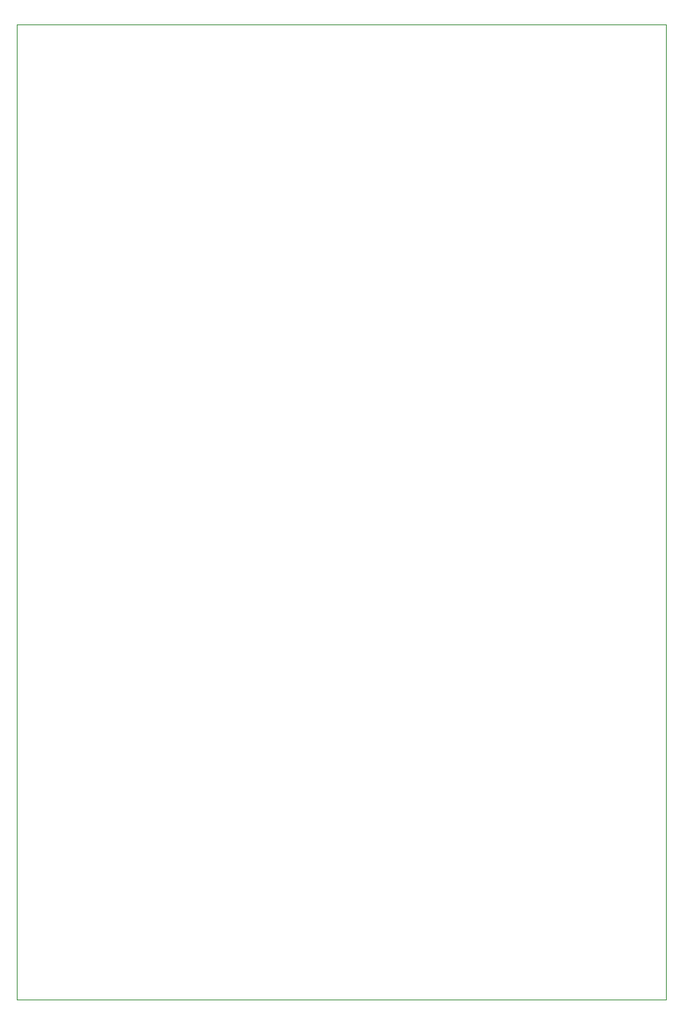
<source format=gbr>
%TF.GenerationSoftware,KiCad,Pcbnew,9.0.6*%
%TF.CreationDate,2025-12-25T22:54:44+01:00*%
%TF.ProjectId,dummyload,64756d6d-796c-46f6-9164-2e6b69636164,rev?*%
%TF.SameCoordinates,Original*%
%TF.FileFunction,Profile,NP*%
%FSLAX46Y46*%
G04 Gerber Fmt 4.6, Leading zero omitted, Abs format (unit mm)*
G04 Created by KiCad (PCBNEW 9.0.6) date 2025-12-25 22:54:44*
%MOMM*%
%LPD*%
G01*
G04 APERTURE LIST*
%TA.AperFunction,Profile*%
%ADD10C,0.050000*%
%TD*%
G04 APERTURE END LIST*
D10*
X111000000Y-40500000D02*
X183000000Y-40500000D01*
X183000000Y-148500000D01*
X111000000Y-148500000D01*
X111000000Y-40500000D01*
M02*

</source>
